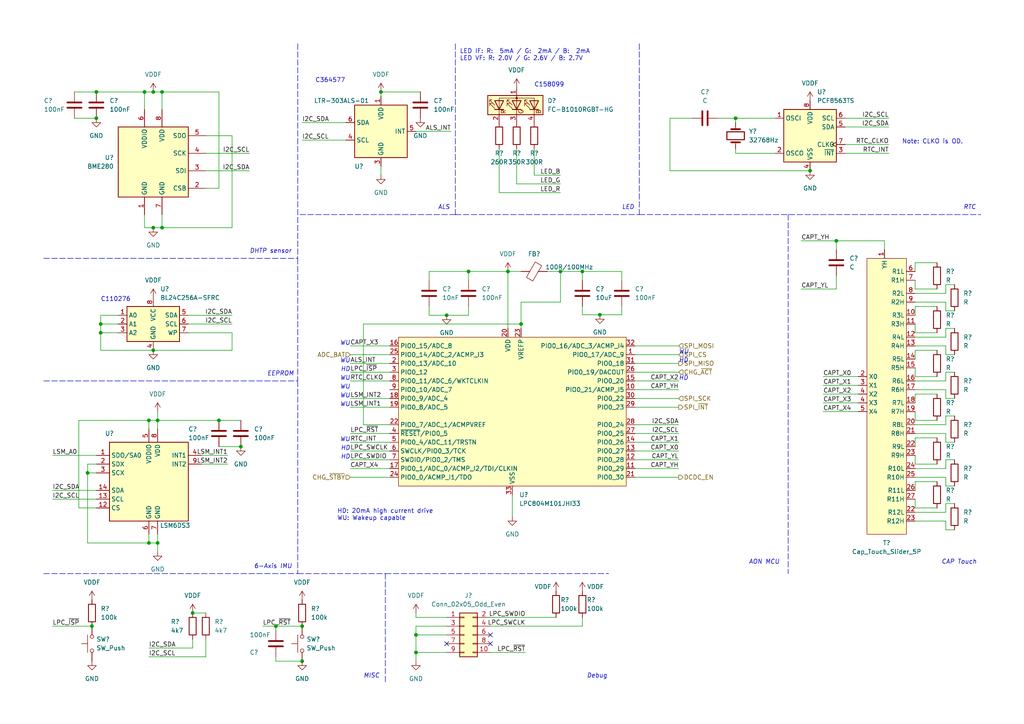
<source format=kicad_sch>
(kicad_sch (version 20211123) (generator eeschema)
  (paper "A4")
  (title_block (title "Home Sensor Tag") (rev "A0") (company "iM.Inc") (comment 1 "PRE-RELEASE"))
  (lib_symbols
    (symbol "Cap_Touch:Cap_Touch_Slider_5P"
      (property "Reference" "T" (at -38.1 -6.35 0))
      (property "Value" "Cap_Touch_Slider_5P" (at 31.75 -6.35 0))
      (symbol "Cap_Touch_Slider_5P_0_0"
        (pin passive line (at -41.91 1.27 0) (length 2.54) (name "YH") (number "1"))
        (pin passive line (at -22.86 10.16 270) (length 2.54) (name "R3L") (number "10"))
        (pin passive line (at -20.32 10.16 270) (length 2.54) (name "R3H") (number "11"))
        (pin passive line (at -16.51 10.16 270) (length 2.54) (name "R4L") (number "12"))
        (pin passive line (at -13.97 10.16 270) (length 2.54) (name "R4H") (number "13"))
        (pin passive line (at -10.16 10.16 270) (length 2.54) (name "R5L") (number "14"))
        (pin passive line (at -7.62 10.16 270) (length 2.54) (name "R5H") (number "15"))
        (pin passive line (at -3.81 10.16 270) (length 2.54) (name "R6L") (number "16"))
        (pin passive line (at -1.27 10.16 270) (length 2.54) (name "R6H") (number "17"))
        (pin passive line (at 2.54 10.16 270) (length 2.54) (name "R7L") (number "18"))
        (pin passive line (at 5.08 10.16 270) (length 2.54) (name "R7H") (number "19"))
        (pin passive line (at -5.08 -6.35 90) (length 2.54) (name "X0") (number "2"))
        (pin passive line (at 8.89 10.16 270) (length 2.54) (name "R8L") (number "20"))
        (pin passive line (at 11.43 10.16 270) (length 2.54) (name "R8H") (number "21"))
        (pin passive line (at 34.29 10.16 270) (length 2.54) (name "R12L") (number "22"))
        (pin passive line (at 15.24 10.16 270) (length 2.54) (name "R9L") (number "22"))
        (pin passive line (at 36.83 10.16 270) (length 2.54) (name "R12H") (number "23"))
        (pin passive line (at 17.78 10.16 270) (length 2.54) (name "R9H") (number "23"))
        (pin passive line (at 21.59 10.16 270) (length 2.54) (name "R10L") (number "24"))
        (pin passive line (at 24.13 10.16 270) (length 2.54) (name "R10H") (number "25"))
        (pin passive line (at 27.94 10.16 270) (length 2.54) (name "R11L") (number "26"))
        (pin passive line (at 30.48 10.16 270) (length 2.54) (name "R11H") (number "27"))
        (pin passive line (at -2.54 -6.35 90) (length 2.54) (name "X1") (number "3"))
        (pin passive line (at 0 -6.35 90) (length 2.54) (name "X2") (number "4"))
        (pin passive line (at 2.54 -6.35 90) (length 2.54) (name "X3") (number "4"))
        (pin passive line (at 5.08 -6.35 90) (length 2.54) (name "X4") (number "5"))
        (pin passive line (at -35.56 10.16 270) (length 2.54) (name "R1L") (number "6"))
        (pin passive line (at -33.02 10.16 270) (length 2.54) (name "R1H") (number "7"))
        (pin passive line (at -29.21 10.16 270) (length 2.54) (name "R2L") (number "8"))
        (pin passive line (at -26.67 10.16 270) (length 2.54) (name "R2H") (number "9"))
      )
      (symbol "Cap_Touch_Slider_5P_0_1"
        (rectangle (start -39.37 7.62) (end 40.64 -3.81) (fill (type background)))
      )
    )
    (symbol "Connector_Generic:Conn_02x05_Odd_Even" (pin_names (offset 1.016) hide)
      (property "Reference" "J" (at 1.27 7.62 0))
      (property "Value" "Conn_02x05_Odd_Even" (at 1.27 -7.62 0))
      (symbol "Conn_02x05_Odd_Even_1_1"
        (rectangle (start -1.27 -4.953) (end 0 -5.207) (stroke (width 0.1524)))
        (rectangle (start -1.27 -2.413) (end 0 -2.667) (stroke (width 0.1524)))
        (rectangle (start -1.27 0.127) (end 0 -0.127) (stroke (width 0.1524)))
        (rectangle (start -1.27 2.667) (end 0 2.413) (stroke (width 0.1524)))
        (rectangle (start -1.27 5.207) (end 0 4.953) (stroke (width 0.1524)))
        (rectangle (start -1.27 6.35) (end 3.81 -6.35) (stroke (width 0.254)) (fill (type background)))
        (rectangle (start 3.81 -4.953) (end 2.54 -5.207) (stroke (width 0.1524)))
        (rectangle (start 3.81 -2.413) (end 2.54 -2.667) (stroke (width 0.1524)))
        (rectangle (start 3.81 0.127) (end 2.54 -0.127) (stroke (width 0.1524)))
        (rectangle (start 3.81 2.667) (end 2.54 2.413) (stroke (width 0.1524)))
        (rectangle (start 3.81 5.207) (end 2.54 4.953) (stroke (width 0.1524)))
        (pin passive line (at -5.08 5.08 0) (length 3.81) (name "Pin_1") (number "1"))
        (pin passive line (at 7.62 -5.08 180) (length 3.81) (name "Pin_10") (number "10"))
        (pin passive line (at 7.62 5.08 180) (length 3.81) (name "Pin_2") (number "2"))
        (pin passive line (at -5.08 2.54 0) (length 3.81) (name "Pin_3") (number "3"))
        (pin passive line (at 7.62 2.54 180) (length 3.81) (name "Pin_4") (number "4"))
        (pin passive line (at -5.08 0 0) (length 3.81) (name "Pin_5") (number "5"))
        (pin passive line (at 7.62 0 180) (length 3.81) (name "Pin_6") (number "6"))
        (pin passive line (at -5.08 -2.54 0) (length 3.81) (name "Pin_7") (number "7"))
        (pin passive line (at 7.62 -2.54 180) (length 3.81) (name "Pin_8") (number "8"))
        (pin passive line (at -5.08 -5.08 0) (length 3.81) (name "Pin_9") (number "9"))
      )
    )
    (symbol "Device:C" (pin_numbers hide) (pin_names (offset 0.254))
      (property "Reference" "C" (at 0.635 2.54 0))
      (property "Value" "C" (at 0.635 -2.54 0))
      (symbol "C_0_1"
        (polyline (pts (xy -2.032 -0.762) (xy 2.032 -0.762)) (stroke (width 0.508)))
        (polyline (pts (xy -2.032 0.762) (xy 2.032 0.762)) (stroke (width 0.508)))
      )
      (symbol "C_1_1"
        (pin passive line (at 0 3.81 270) (length 2.794) (name "~") (number "1"))
        (pin passive line (at 0 -3.81 90) (length 2.794) (name "~") (number "2"))
      )
    )
    (symbol "Device:Crystal" (pin_numbers hide) (pin_names (offset 1.016) hide)
      (property "Reference" "Y" (at 0 3.81 0))
      (property "Value" "Crystal" (at 0 -3.81 0))
      (symbol "Crystal_0_1"
        (rectangle (start -1.143 2.54) (end 1.143 -2.54) (stroke (width 0.3048)))
        (polyline (pts (xy -2.54 0) (xy -1.905 0)))
        (polyline (pts (xy -1.905 -1.27) (xy -1.905 1.27)) (stroke (width 0.508)))
        (polyline (pts (xy 1.905 -1.27) (xy 1.905 1.27)) (stroke (width 0.508)))
        (polyline (pts (xy 2.54 0) (xy 1.905 0)))
      )
      (symbol "Crystal_1_1"
        (pin passive line (at -3.81 0 0) (length 1.27) (name "1") (number "1"))
        (pin passive line (at 3.81 0 180) (length 1.27) (name "2") (number "2"))
      )
    )
    (symbol "Device:FerriteBead" (pin_numbers hide) (pin_names (offset 0))
      (property "Reference" "FB" (at -3.81 0.635 90))
      (property "Value" "FerriteBead" (at 3.81 0 90))
      (symbol "FerriteBead_0_1"
        (polyline (pts (xy 0 -1.27) (xy 0 -1.2192)))
        (polyline (pts (xy 0 1.27) (xy 0 1.2954)))
        (polyline (pts (xy -2.7686 0.4064) (xy -1.7018 2.2606) (xy 2.7686 -0.3048) (xy 1.6764 -2.159) (xy -2.7686 0.4064)))
      )
      (symbol "FerriteBead_1_1"
        (pin passive line (at 0 3.81 270) (length 2.54) (name "~") (number "1"))
        (pin passive line (at 0 -3.81 90) (length 2.54) (name "~") (number "2"))
      )
    )
    (symbol "Device:LED_ARGB" (pin_names (offset 0) hide)
      (property "Reference" "D" (at 0 9.398 0))
      (property "Value" "LED_ARGB" (at 0 -8.89 0))
      (symbol "LED_ARGB_0_0"
        (text "B" (at -1.905 -6.35 0) (effects (font (size 1.27 1.27))))
        (text "G" (at -1.905 -1.27 0) (effects (font (size 1.27 1.27))))
        (text "R" (at -1.905 3.81 0) (effects (font (size 1.27 1.27))))
      )
      (symbol "LED_ARGB_0_1"
        (polyline (pts (xy -1.27 -5.08) (xy -2.54 -5.08)))
        (polyline (pts (xy -1.27 -5.08) (xy 1.27 -5.08)))
        (polyline (pts (xy -1.27 -3.81) (xy -1.27 -6.35)) (stroke (width 0.254)))
        (polyline (pts (xy -1.27 0) (xy -2.54 0)))
        (polyline (pts (xy -1.27 1.27) (xy -1.27 -1.27)) (stroke (width 0.254)))
        (polyline (pts (xy -1.27 5.08) (xy -2.54 5.08)))
        (polyline (pts (xy -1.27 5.08) (xy 1.27 5.08)))
        (polyline (pts (xy -1.27 6.35) (xy -1.27 3.81)) (stroke (width 0.254)))
        (polyline (pts (xy 1.27 0) (xy -1.27 0)))
        (polyline (pts (xy 1.27 0) (xy 2.54 0)))
        (polyline (pts (xy -1.27 1.27) (xy -1.27 -1.27) (xy -1.27 -1.27)))
        (polyline (pts (xy -1.27 6.35) (xy -1.27 3.81) (xy -1.27 3.81)))
        (polyline (pts (xy 1.27 -5.08) (xy 2.032 -5.08) (xy 2.032 5.08) (xy 1.27 5.08)))
        (polyline (pts (xy 1.27 -3.81) (xy 1.27 -6.35) (xy -1.27 -5.08) (xy 1.27 -3.81)) (stroke (width 0.254)))
        (polyline (pts (xy 1.27 1.27) (xy 1.27 -1.27) (xy -1.27 0) (xy 1.27 1.27)) (stroke (width 0.254)))
        (polyline (pts (xy 1.27 6.35) (xy 1.27 3.81) (xy -1.27 5.08) (xy 1.27 6.35)) (stroke (width 0.254)))
        (polyline (pts (xy -1.016 -3.81) (xy 0.508 -2.286) (xy -0.254 -2.286) (xy 0.508 -2.286) (xy 0.508 -3.048)))
        (polyline (pts (xy -1.016 1.27) (xy 0.508 2.794) (xy -0.254 2.794) (xy 0.508 2.794) (xy 0.508 2.032)))
        (polyline (pts (xy -1.016 6.35) (xy 0.508 7.874) (xy -0.254 7.874) (xy 0.508 7.874) (xy 0.508 7.112)))
        (polyline (pts (xy 0 -3.81) (xy 1.524 -2.286) (xy 0.762 -2.286) (xy 1.524 -2.286) (xy 1.524 -3.048)))
        (polyline (pts (xy 0 1.27) (xy 1.524 2.794) (xy 0.762 2.794) (xy 1.524 2.794) (xy 1.524 2.032)))
        (polyline (pts (xy 0 6.35) (xy 1.524 7.874) (xy 0.762 7.874) (xy 1.524 7.874) (xy 1.524 7.112)))
        (rectangle (start 1.27 -1.27) (end 1.27 1.27))
        (rectangle (start 1.27 1.27) (end 1.27 1.27))
        (rectangle (start 1.27 3.81) (end 1.27 6.35))
        (rectangle (start 1.27 6.35) (end 1.27 6.35))
        (circle (center 2.032 0) (radius 0.254) (fill (type outline)))
        (rectangle (start 2.794 8.382) (end -2.794 -7.62) (stroke (width 0.254)) (fill (type background)))
      )
      (symbol "LED_ARGB_1_1"
        (pin passive line (at 5.08 0 180) (length 2.54) (name "A") (number "1"))
        (pin passive line (at -5.08 5.08 0) (length 2.54) (name "RK") (number "2"))
        (pin passive line (at -5.08 0 0) (length 2.54) (name "GK") (number "3"))
        (pin passive line (at -5.08 -5.08 0) (length 2.54) (name "BK") (number "4"))
      )
    )
    (symbol "Device:R" (pin_numbers hide) (pin_names (offset 0))
      (property "Reference" "R" (at 2.032 0 90))
      (property "Value" "R" (at 0 0 90))
      (symbol "R_0_1"
        (rectangle (start -1.016 -2.54) (end 1.016 2.54) (stroke (width 0.254)))
      )
      (symbol "R_1_1"
        (pin passive line (at 0 3.81 270) (length 1.27) (name "~") (number "1"))
        (pin passive line (at 0 -3.81 90) (length 1.27) (name "~") (number "2"))
      )
    )
    (symbol "MCU_NXP_LPC_Local:LPC804M101JHI33"
      (property "Reference" "U" (at -31.75 21.59 0))
      (property "Value" "LPC804M101JHI33" (at 24.13 21.59 0))
      (symbol "LPC804M101JHI33_0_0"
        (pin tri_state line (at 35.56 15.24 180) (length 2.54) (name "PIO0_17/ADC_9") (number "1"))
        (pin tri_state line (at 35.56 5.08 180) (length 2.54) (name "PIO0_21/ACMP_I5") (number "10"))
        (pin tri_state line (at 35.56 -17.78 180) (length 2.54) (name "PIO0_29") (number "11"))
        (pin tri_state line (at 35.56 -15.24 180) (length 2.54) (name "PIO0_28") (number "12"))
        (pin tri_state line (at 35.56 -12.7 180) (length 2.54) (name "PIO0_27") (number "13"))
        (pin tri_state line (at 35.56 -10.16 180) (length 2.54) (name "PIO0_26") (number "14"))
        (pin tri_state line (at 35.56 7.62 180) (length 2.54) (name "PIO0_20") (number "15"))
        (pin tri_state line (at -35.56 17.78 0) (length 2.54) (name "PIO0_15/ADC_8") (number "16"))
        (pin tri_state line (at -35.56 -17.78 0) (length 2.54) (name "PIO0_1/ADC_0/ACMP_I2/TDI/CLKIN") (number "17"))
        (pin tri_state line (at -35.56 2.54 0) (length 2.54) (name "PIO0_9/ADC_4") (number "18"))
        (pin tri_state line (at -35.56 0 0) (length 2.54) (name "PIO0_8/ADC_5") (number "19"))
        (pin tri_state line (at -35.56 12.7 0) (length 2.54) (name "PIO0_13/ADC_10") (number "2"))
        (pin power_in line (at -1.27 22.86 270) (length 2.54) (name "VDD") (number "20"))
        (pin tri_state line (at 35.56 -20.32 180) (length 2.54) (name "PIO0_30") (number "21"))
        (pin tri_state line (at -35.56 -5.08 0) (length 2.54) (name "PIO0_7/ADC_1/ACMPVREF") (number "22"))
        (pin power_in line (at 2.54 22.86 270) (length 2.54) (name "VREFP") (number "23"))
        (pin tri_state line (at -35.56 -20.32 0) (length 2.54) (name "PIO0_0/ACMP_I1/TDO") (number "24"))
        (pin tri_state line (at -35.56 15.24 0) (length 2.54) (name "PIO0_14/ADC_2/ACMP_I3") (number "25"))
        (pin tri_state line (at 35.56 10.16 180) (length 2.54) (name "PIO0_19/DACOUT") (number "26"))
        (pin tri_state line (at 35.56 -7.62 180) (length 2.54) (name "PIO0_25") (number "27"))
        (pin tri_state line (at 35.56 -5.08 180) (length 2.54) (name "PIO0_24") (number "28"))
        (pin tri_state line (at 35.56 0 180) (length 2.54) (name "PIO0_23") (number "29"))
        (pin tri_state line (at -35.56 10.16 0) (length 2.54) (name "PIO0_12") (number "3"))
        (pin tri_state line (at 35.56 2.54 180) (length 2.54) (name "PIO0_22") (number "30"))
        (pin tri_state line (at 35.56 12.7 180) (length 2.54) (name "PIO0_18") (number "31"))
        (pin tri_state line (at 35.56 17.78 180) (length 2.54) (name "PIO0_16/ADC_3/ACMP_I4") (number "32"))
        (pin power_in line (at 0 -25.4 90) (length 2.54) (name "VSS") (number "33"))
        (pin tri_state line (at -35.56 -7.62 0) (length 2.54) (name "~{RESET}/PIO0_5") (number "4"))
        (pin tri_state line (at -35.56 -10.16 0) (length 2.54) (name "PIO0_4/ADC_11/TRSTN") (number "5"))
        (pin tri_state line (at -35.56 -12.7 0) (length 2.54) (name "SWCLK/PIO0_3/TCK") (number "6"))
        (pin tri_state line (at -35.56 -15.24 0) (length 2.54) (name "SWDIO/PIO0_2/TMS") (number "7"))
        (pin tri_state line (at -35.56 7.62 0) (length 2.54) (name "PIO0_11/ADC_6/WKTCLKIN") (number "8"))
        (pin tri_state line (at -35.56 5.08 0) (length 2.54) (name "PIO0_10/ADC_7") (number "9"))
      )
      (symbol "LPC804M101JHI33_0_1"
        (rectangle (start -33.02 20.32) (end 33.02 -22.86) (fill (type background)))
      )
    )
    (symbol "Memory_EEPROM:CAT24C256"
      (property "Reference" "U" (at -6.35 6.35 0))
      (property "Value" "CAT24C256" (at 1.27 6.35 0))
      (symbol "CAT24C256_1_1"
        (rectangle (start -7.62 5.08) (end 7.62 -5.08) (stroke (width 0.254)) (fill (type background)))
        (pin input line (at -10.16 2.54 0) (length 2.54) (name "A0") (number "1"))
        (pin input line (at -10.16 0 0) (length 2.54) (name "A1") (number "2"))
        (pin input line (at -10.16 -2.54 0) (length 2.54) (name "A2") (number "3"))
        (pin power_in line (at 0 -7.62 90) (length 2.54) (name "GND") (number "4"))
        (pin bidirectional line (at 10.16 2.54 180) (length 2.54) (name "SDA") (number "5"))
        (pin input line (at 10.16 0 180) (length 2.54) (name "SCL") (number "6"))
        (pin input line (at 10.16 -2.54 180) (length 2.54) (name "WP") (number "7"))
        (pin power_in line (at 0 7.62 270) (length 2.54) (name "VCC") (number "8"))
      )
    )
    (symbol "Sensor:BME280"
      (property "Reference" "U" (at -8.89 11.43 0))
      (property "Value" "BME280" (at 7.62 11.43 0))
      (symbol "BME280_0_1"
        (rectangle (start -10.16 10.16) (end 10.16 -10.16) (stroke (width 0.254)) (fill (type background)))
      )
      (symbol "BME280_1_1"
        (pin power_in line (at -2.54 -15.24 90) (length 5.08) (name "GND") (number "1"))
        (pin input line (at 15.24 -7.62 180) (length 5.08) (name "CSB") (number "2"))
        (pin bidirectional line (at 15.24 -2.54 180) (length 5.08) (name "SDI") (number "3"))
        (pin input line (at 15.24 2.54 180) (length 5.08) (name "SCK") (number "4"))
        (pin bidirectional line (at 15.24 7.62 180) (length 5.08) (name "SDO") (number "5"))
        (pin power_in line (at -2.54 15.24 270) (length 5.08) (name "VDDIO") (number "6"))
        (pin power_in line (at 2.54 -15.24 90) (length 5.08) (name "GND") (number "7"))
        (pin power_in line (at 2.54 15.24 270) (length 5.08) (name "VDD") (number "8"))
      )
    )
    (symbol "Sensor_Motion:LSM6DS3"
      (property "Reference" "U" (at -11.43 15.24 0))
      (property "Value" "LSM6DS3" (at -11.43 12.7 0))
      (symbol "LSM6DS3_0_1"
        (rectangle (start 11.43 11.43) (end -11.43 -11.43) (stroke (width 0.254)) (fill (type background)))
      )
      (symbol "LSM6DS3_1_1"
        (pin bidirectional line (at -15.24 7.62 0) (length 3.81) (name "SDO/SA0") (number "1"))
        (pin no_connect line (at 10.16 -5.08 180) (length 3.81) hide (name "NC") (number "10"))
        (pin no_connect line (at 10.16 -2.54 180) (length 3.81) hide (name "NC") (number "11"))
        (pin input line (at -15.24 -7.62 0) (length 3.81) (name "CS") (number "12"))
        (pin input line (at -15.24 -5.08 0) (length 3.81) (name "SCL") (number "13"))
        (pin bidirectional line (at -15.24 -2.54 0) (length 3.81) (name "SDA") (number "14"))
        (pin bidirectional line (at -15.24 5.08 0) (length 3.81) (name "SDX") (number "2"))
        (pin input line (at -15.24 2.54 0) (length 3.81) (name "SCX") (number "3"))
        (pin output line (at 15.24 7.62 180) (length 3.81) (name "INT1") (number "4"))
        (pin power_in line (at 0 15.24 270) (length 3.81) (name "VDDIO") (number "5"))
        (pin power_in line (at 0 -15.24 90) (length 3.81) (name "GND") (number "6"))
        (pin power_in line (at 2.54 -15.24 90) (length 3.81) (name "GND") (number "7"))
        (pin power_in line (at 2.54 15.24 270) (length 3.81) (name "VDD") (number "8"))
        (pin output line (at 15.24 5.08 180) (length 3.81) (name "INT2") (number "9"))
      )
    )
    (symbol "Sensor_Optical:LTR-303ALS-01"
      (property "Reference" "U" (at -7.62 8.89 0))
      (property "Value" "LTR-303ALS-01" (at 1.27 8.89 0))
      (symbol "LTR-303ALS-01_0_1"
        (rectangle (start -7.62 7.62) (end 7.62 -7.62) (stroke (width 0.254)) (fill (type background)))
      )
      (symbol "LTR-303ALS-01_1_1"
        (pin power_in line (at 0 10.16 270) (length 2.54) (name "VDD") (number "1"))
        (pin no_connect line (at 2.54 0 180) (length 2.54) hide (name "NC") (number "2"))
        (pin power_in line (at 0 -10.16 90) (length 2.54) (name "GND") (number "3"))
        (pin input line (at -10.16 -2.54 0) (length 2.54) (name "SCL") (number "4"))
        (pin open_collector line (at 10.16 0 180) (length 2.54) (name "INT") (number "5"))
        (pin bidirectional line (at -10.16 2.54 0) (length 2.54) (name "SDA") (number "6"))
      )
    )
    (symbol "Switch:SW_Push" (pin_numbers hide) (pin_names (offset 1.016) hide)
      (property "Reference" "SW" (at 1.27 2.54 0))
      (property "Value" "SW_Push" (at 0 -1.524 0))
      (symbol "SW_Push_0_1"
        (circle (center -2.032 0) (radius 0.508))
        (polyline (pts (xy 0 1.27) (xy 0 3.048)))
        (polyline (pts (xy 2.54 1.27) (xy -2.54 1.27)))
        (circle (center 2.032 0) (radius 0.508))
        (pin passive line (at -5.08 0 0) (length 2.54) (name "1") (number "1"))
        (pin passive line (at 5.08 0 180) (length 2.54) (name "2") (number "2"))
      )
    )
    (symbol "Timer_RTC:PCF8563TS"
      (property "Reference" "U" (at -7.62 8.89 0))
      (property "Value" "PCF8563TS" (at 2.54 8.89 0))
      (symbol "PCF8563TS_0_1"
        (rectangle (start -7.62 7.62) (end 7.62 -7.62) (stroke (width 0.254)) (fill (type background)))
      )
      (symbol "PCF8563TS_1_1"
        (pin input line (at -10.16 5.08 0) (length 2.54) (name "OSCI") (number "1"))
        (pin output line (at -10.16 -5.08 0) (length 2.54) (name "OSCO") (number "2"))
        (pin output line (at 10.16 -5.08 180) (length 2.54) (name "~{INT}") (number "3"))
        (pin power_in line (at 0 -10.16 90) (length 2.54) (name "VSS") (number "4"))
        (pin bidirectional line (at 10.16 2.54 180) (length 2.54) (name "SDA") (number "5"))
        (pin input line (at 10.16 5.08 180) (length 2.54) (name "SCL") (number "6"))
        (pin output clock (at 10.16 -2.54 180) (length 2.54) (name "CLKO") (number "7"))
        (pin power_in line (at 0 10.16 270) (length 2.54) (name "VDD") (number "8"))
      )
    )
    (symbol "power:GND" (power) (pin_names (offset 0))
      (property "Value" "GND" (at 0 -3.81 0))
      (symbol "GND_0_1"
        (polyline (pts (xy 0 0) (xy 0 -1.27) (xy 1.27 -1.27) (xy 0 -2.54) (xy -1.27 -1.27) (xy 0 -1.27)))
      )
      (symbol "GND_1_1"
        (pin power_in line (at 0 0 270) (length 0) hide (name "GND") (number "1"))
      )
    )
    (symbol "power:VDDF" (power) (pin_names (offset 0))
      (property "Value" "VDDF" (at 0 3.81 0))
      (symbol "VDDF_0_1"
        (polyline (pts (xy -0.762 1.27) (xy 0 2.54)))
        (polyline (pts (xy 0 0) (xy 0 2.54)))
        (polyline (pts (xy 0 2.54) (xy 0.762 1.27)))
      )
      (symbol "VDDF_1_1"
        (pin power_in line (at 0 0 90) (length 0) hide (name "VDDF") (number "1"))
      )
    )
  )
  (junction (at 242.57 69.85))
  (junction (at 80.01 181.61))
  (junction (at 120.65 184.15))
  (junction (at 27.94 34.29))
  (junction (at 87.63 181.61))
  (junction (at 135.89 78.74))
  (junction (at 46.99 66.04))
  (junction (at 69.85 129.54))
  (junction (at 213.36 34.29))
  (junction (at 26.67 181.61))
  (junction (at 234.95 49.53))
  (junction (at 162.56 78.74))
  (junction (at 44.45 101.6))
  (junction (at 44.45 66.04))
  (junction (at 46.99 26.67))
  (junction (at 173.99 91.2961))
  (junction (at 55.88 177.8))
  (junction (at 25.4 137.16))
  (junction (at 29.21 96.52))
  (junction (at 44.45 26.67))
  (junction (at 43.18 157.48))
  (junction (at 87.63 191.77))
  (junction (at 45.72 157.48))
  (junction (at 151.13 93.98))
  (junction (at 147.32 78.74))
  (junction (at 41.91 26.67))
  (junction (at 43.18 121.92))
  (junction (at 45.72 121.92))
  (junction (at 27.94 26.67))
  (junction (at 63.5 121.92))
  (junction (at 129.54 91.44))
  (junction (at 29.21 93.98))
  (junction (at 168.91 78.74))
  (junction (at 120.65 189.23))
  (junction (at 110.49 26.67))
  (no_connect (at 129.54 186.69))
  (no_connect (at 142.24 186.69))
  (no_connect (at 142.24 184.15))
  (wire (pts (xy 59.69 54.61) (xy 63.5 54.61)))
  (wire (pts (xy 22.86 121.92) (xy 43.18 121.92)))
  (wire (pts (xy 265.43 100.33) (xy 274.32 100.33)))
  (wire (pts (xy 55.88 177.8) (xy 59.69 177.8)))
  (wire (pts (xy 180.34 88.9) (xy 180.34 91.2961)))
  (wire (pts (xy 265.43 106.68) (xy 265.43 109.22)))
  (wire (pts (xy 242.57 69.85) (xy 242.57 72.39)))
  (wire (pts (xy 67.31 66.04) (xy 46.99 66.04)))
  (wire (pts (xy 46.99 31.75) (xy 46.99 26.67)))
  (wire (pts (xy 265.43 127) (xy 271.78 127)))
  (wire (pts (xy 54.61 91.44) (xy 67.31 91.44)))
  (wire (pts (xy 63.5 54.61) (xy 63.5 26.67)))
  (wire (pts (xy 265.43 78.74) (xy 265.43 76.2)))
  (wire (pts (xy 55.88 187.96) (xy 43.18 187.96)))
  (wire (pts (xy 15.24 132.08) (xy 27.94 132.08)))
  (wire (pts (xy 101.6 105.41) (xy 113.03 105.41)))
  (wire (pts (xy 58.42 132.08) (xy 66.04 132.08)))
  (wire (pts (xy 129.54 91.44) (xy 124.46 91.44)))
  (wire (pts (xy 274.32 135.89) (xy 274.32 133.35)))
  (wire (pts (xy 45.72 121.92) (xy 63.5 121.92)))
  (wire (pts (xy 120.65 38.1) (xy 130.81 38.1)))
  (wire (pts (xy 63.5 129.54) (xy 69.85 129.54)))
  (wire (pts (xy 238.76 111.76) (xy 248.92 111.76)))
  (wire (pts (xy 151.13 93.98) (xy 151.13 95.25)))
  (wire (pts (xy 59.69 44.45) (xy 72.39 44.45)))
  (wire (pts (xy 54.61 96.52) (xy 67.31 96.52)))
  (wire (pts (xy 242.57 80.01) (xy 242.57 83.82)))
  (wire (pts (xy 213.36 34.29) (xy 224.79 34.29)))
  (wire (pts (xy 274.32 140.97) (xy 276.86 140.97)))
  (wire (pts (xy 184.15 102.87) (xy 196.85 102.87)))
  (wire (pts (xy 151.13 78.74) (xy 147.32 78.74)))
  (wire (pts (xy 274.32 95.25) (xy 276.86 95.25)))
  (wire (pts (xy 120.65 177.8) (xy 120.65 179.07)))
  (wire (pts (xy 21.59 26.67) (xy 27.94 26.67)))
  (wire (pts (xy 101.6 128.27) (xy 113.03 128.27)))
  (wire (pts (xy 274.32 128.27) (xy 276.86 128.27)))
  (wire (pts (xy 232.41 69.85) (xy 242.57 69.85)))
  (wire (pts (xy 184.15 118.11) (xy 196.85 118.11)))
  (polyline (pts (xy 12.7 166.37) (xy 86.36 166.37)))
  (wire (pts (xy 101.6 125.73) (xy 113.03 125.73)))
  (wire (pts (xy 274.32 97.79) (xy 274.32 95.25)))
  (wire (pts (xy 265.43 88.9) (xy 271.78 88.9)))
  (wire (pts (xy 274.32 153.67) (xy 276.86 153.67)))
  (wire (pts (xy 168.91 78.74) (xy 168.91 81.28)))
  (wire (pts (xy 245.11 41.91) (xy 257.81 41.91)))
  (wire (pts (xy 101.6 133.35) (xy 113.03 133.35)))
  (wire (pts (xy 180.34 91.2961) (xy 173.99 91.2961)))
  (wire (pts (xy 265.43 148.59) (xy 274.32 148.59)))
  (wire (pts (xy 274.32 133.35) (xy 276.86 133.35)))
  (wire (pts (xy 59.69 49.53) (xy 72.39 49.53)))
  (wire (pts (xy 45.72 157.48) (xy 45.72 160.02)))
  (wire (pts (xy 274.32 148.59) (xy 274.32 146.05)))
  (wire (pts (xy 110.49 26.67) (xy 121.92 26.67)))
  (wire (pts (xy 135.89 91.44) (xy 129.54 91.44)))
  (wire (pts (xy 120.65 181.61) (xy 120.65 184.15)))
  (wire (pts (xy 124.46 91.44) (xy 124.46 88.9)))
  (wire (pts (xy 180.34 78.74) (xy 180.34 81.28)))
  (wire (pts (xy 265.43 121.92) (xy 271.78 121.92)))
  (wire (pts (xy 120.65 184.15) (xy 120.65 189.23)))
  (wire (pts (xy 46.99 62.23) (xy 46.99 66.04)))
  (wire (pts (xy 245.11 34.29) (xy 257.81 34.29)))
  (wire (pts (xy 101.6 110.49) (xy 113.03 110.49)))
  (wire (pts (xy 29.21 93.98) (xy 34.29 93.98)))
  (wire (pts (xy 184.15 130.81) (xy 196.85 130.81)))
  (wire (pts (xy 265.43 138.43) (xy 274.32 138.43)))
  (wire (pts (xy 135.89 78.74) (xy 147.32 78.74)))
  (wire (pts (xy 274.32 113.03) (xy 274.32 115.57)))
  (wire (pts (xy 194.31 49.53) (xy 234.95 49.53)))
  (wire (pts (xy 21.59 34.29) (xy 27.94 34.29)))
  (wire (pts (xy 29.21 96.52) (xy 34.29 96.52)))
  (polyline (pts (xy 185.42 62.23) (xy 284.48 62.23)))
  (wire (pts (xy 100.33 35.56) (xy 87.63 35.56)))
  (wire (pts (xy 101.6 102.87) (xy 113.03 102.87)))
  (wire (pts (xy 274.32 82.55) (xy 276.86 82.55)))
  (wire (pts (xy 67.31 96.52) (xy 67.31 101.6)))
  (wire (pts (xy 154.94 43.18) (xy 154.94 50.8)))
  (wire (pts (xy 154.94 50.8) (xy 162.56 50.8)))
  (wire (pts (xy 22.86 147.32) (xy 22.86 121.92)))
  (wire (pts (xy 113.03 123.19) (xy 105.41 123.19)))
  (wire (pts (xy 142.24 181.61) (xy 168.91 181.61)))
  (polyline (pts (xy 132.08 62.23) (xy 86.36 62.23)))
  (wire (pts (xy 43.18 121.92) (xy 45.72 121.92)))
  (wire (pts (xy 265.43 147.32) (xy 271.78 147.32)))
  (wire (pts (xy 151.13 87.63) (xy 151.13 93.98)))
  (wire (pts (xy 67.31 39.37) (xy 67.31 66.04)))
  (polyline (pts (xy 86.36 166.37) (xy 111.76 166.37)))
  (wire (pts (xy 43.18 190.5) (xy 59.69 190.5)))
  (wire (pts (xy 120.65 189.23) (xy 129.54 189.23)))
  (wire (pts (xy 265.43 91.44) (xy 265.43 88.9)))
  (wire (pts (xy 162.56 87.63) (xy 162.56 78.74)))
  (wire (pts (xy 27.94 142.24) (xy 15.24 142.24)))
  (polyline (pts (xy 111.76 166.37) (xy 111.76 198.12)))
  (polyline (pts (xy 228.6 62.23) (xy 228.6 166.37)))
  (wire (pts (xy 274.32 115.57) (xy 276.86 115.57)))
  (wire (pts (xy 120.65 184.15) (xy 129.54 184.15)))
  (wire (pts (xy 27.94 26.67) (xy 41.91 26.67)))
  (wire (pts (xy 101.6 135.89) (xy 113.03 135.89)))
  (wire (pts (xy 67.31 101.6) (xy 44.45 101.6)))
  (wire (pts (xy 148.59 143.51) (xy 148.59 149.86)))
  (wire (pts (xy 101.6 100.33) (xy 113.03 100.33)))
  (wire (pts (xy 265.43 139.7) (xy 271.78 139.7)))
  (wire (pts (xy 29.21 93.98) (xy 29.21 96.52)))
  (wire (pts (xy 29.21 101.6) (xy 44.45 101.6)))
  (wire (pts (xy 274.32 90.17) (xy 276.86 90.17)))
  (wire (pts (xy 101.6 107.95) (xy 113.03 107.95)))
  (wire (pts (xy 265.43 101.6) (xy 271.78 101.6)))
  (wire (pts (xy 265.43 116.84) (xy 265.43 114.3)))
  (wire (pts (xy 245.11 36.83) (xy 257.81 36.83)))
  (polyline (pts (xy 132.08 12.7) (xy 132.08 62.23)))
  (wire (pts (xy 158.75 78.74) (xy 162.56 78.74)))
  (wire (pts (xy 45.72 119.38) (xy 45.72 121.92)))
  (wire (pts (xy 25.4 134.62) (xy 25.4 137.16)))
  (wire (pts (xy 59.69 185.42) (xy 59.69 190.5)))
  (wire (pts (xy 265.43 104.14) (xy 265.43 101.6)))
  (wire (pts (xy 265.43 76.2) (xy 271.78 76.2)))
  (wire (pts (xy 238.76 119.38) (xy 248.92 119.38)))
  (wire (pts (xy 274.32 100.33) (xy 274.32 102.87)))
  (wire (pts (xy 101.6 115.57) (xy 113.03 115.57)))
  (wire (pts (xy 27.94 144.78) (xy 15.24 144.78)))
  (wire (pts (xy 265.43 125.73) (xy 274.32 125.73)))
  (wire (pts (xy 274.32 146.05) (xy 276.86 146.05)))
  (wire (pts (xy 274.32 107.95) (xy 276.86 107.95)))
  (wire (pts (xy 274.32 87.63) (xy 274.32 90.17)))
  (wire (pts (xy 274.32 151.13) (xy 274.32 153.67)))
  (wire (pts (xy 149.86 53.34) (xy 162.56 53.34)))
  (wire (pts (xy 265.43 87.63) (xy 274.32 87.63)))
  (wire (pts (xy 29.21 91.44) (xy 29.21 93.98)))
  (wire (pts (xy 256.54 69.85) (xy 242.57 69.85)))
  (polyline (pts (xy 12.7 110.49) (xy 86.36 110.49)))
  (wire (pts (xy 63.5 121.92) (xy 69.85 121.92)))
  (wire (pts (xy 43.18 157.48) (xy 45.72 157.48)))
  (wire (pts (xy 213.36 44.45) (xy 224.79 44.45)))
  (wire (pts (xy 265.43 93.98) (xy 265.43 96.52)))
  (wire (pts (xy 274.32 110.49) (xy 274.32 107.95)))
  (wire (pts (xy 274.32 138.43) (xy 274.32 140.97)))
  (wire (pts (xy 58.42 134.62) (xy 66.04 134.62)))
  (wire (pts (xy 151.13 87.63) (xy 162.56 87.63)))
  (wire (pts (xy 54.61 93.98) (xy 67.31 93.98)))
  (wire (pts (xy 129.54 181.61) (xy 120.65 181.61)))
  (wire (pts (xy 265.43 142.24) (xy 265.43 139.7)))
  (wire (pts (xy 147.32 78.74) (xy 147.32 95.25)))
  (wire (pts (xy 265.43 123.19) (xy 274.32 123.19)))
  (wire (pts (xy 238.76 109.22) (xy 248.92 109.22)))
  (wire (pts (xy 101.6 138.43) (xy 113.03 138.43)))
  (polyline (pts (xy 86.36 110.49) (xy 86.36 166.37)))
  (polyline (pts (xy 86.36 12.7) (xy 86.36 74.93)))
  (wire (pts (xy 238.76 114.3) (xy 248.92 114.3)))
  (wire (pts (xy 105.41 93.98) (xy 151.13 93.98)))
  (wire (pts (xy 25.4 157.48) (xy 43.18 157.48)))
  (wire (pts (xy 274.32 102.87) (xy 276.86 102.87)))
  (polyline (pts (xy 185.42 12.7) (xy 185.42 62.23)))
  (wire (pts (xy 265.43 119.38) (xy 265.43 121.92)))
  (wire (pts (xy 142.24 179.07) (xy 161.29 179.07)))
  (wire (pts (xy 25.4 137.16) (xy 27.94 137.16)))
  (wire (pts (xy 265.43 134.62) (xy 271.78 134.62)))
  (wire (pts (xy 213.36 43.18) (xy 213.36 44.45)))
  (wire (pts (xy 184.15 113.03) (xy 196.85 113.03)))
  (wire (pts (xy 144.78 43.18) (xy 144.78 55.88)))
  (wire (pts (xy 265.43 151.13) (xy 274.32 151.13)))
  (wire (pts (xy 63.5 26.67) (xy 46.99 26.67)))
  (wire (pts (xy 184.15 105.41) (xy 196.85 105.41)))
  (wire (pts (xy 110.49 26.67) (xy 110.49 27.94)))
  (polyline (pts (xy 86.36 74.93) (xy 86.36 110.49)))
  (wire (pts (xy 196.85 115.57) (xy 184.15 115.57)))
  (wire (pts (xy 59.69 39.37) (xy 67.31 39.37)))
  (wire (pts (xy 55.88 185.42) (xy 55.88 187.96)))
  (wire (pts (xy 274.32 85.09) (xy 274.32 82.55)))
  (wire (pts (xy 29.21 96.52) (xy 29.21 101.6)))
  (polyline (pts (xy 12.7 74.93) (xy 86.36 74.93)))
  (wire (pts (xy 45.72 121.92) (xy 45.72 124.46)))
  (wire (pts (xy 162.56 78.74) (xy 168.91 78.74)))
  (wire (pts (xy 274.32 123.19) (xy 274.32 120.65)))
  (wire (pts (xy 144.78 55.88) (xy 162.56 55.88)))
  (wire (pts (xy 265.43 96.52) (xy 271.78 96.52)))
  (wire (pts (xy 27.94 147.32) (xy 22.86 147.32)))
  (wire (pts (xy 274.32 120.65) (xy 276.86 120.65)))
  (wire (pts (xy 142.24 189.23) (xy 152.4 189.23)))
  (wire (pts (xy 265.43 81.28) (xy 265.43 83.82)))
  (wire (pts (xy 45.72 154.94) (xy 45.72 157.48)))
  (wire (pts (xy 265.43 97.79) (xy 274.32 97.79)))
  (wire (pts (xy 265.43 113.03) (xy 274.32 113.03)))
  (wire (pts (xy 110.49 48.26) (xy 110.49 50.8)))
  (wire (pts (xy 265.43 85.09) (xy 274.32 85.09)))
  (wire (pts (xy 124.46 81.28) (xy 124.46 78.74)))
  (wire (pts (xy 265.43 109.22) (xy 271.78 109.22)))
  (wire (pts (xy 101.6 130.81) (xy 113.03 130.81)))
  (wire (pts (xy 41.91 31.75) (xy 41.91 26.67)))
  (wire (pts (xy 173.99 91.2961) (xy 168.91 91.2961)))
  (wire (pts (xy 184.15 123.19) (xy 196.85 123.19)))
  (wire (pts (xy 80.01 191.77) (xy 87.63 191.77)))
  (wire (pts (xy 265.43 114.3) (xy 271.78 114.3)))
  (wire (pts (xy 265.43 83.82) (xy 271.78 83.82)))
  (polyline (pts (xy 132.08 62.23) (xy 185.42 62.23)))
  (wire (pts (xy 232.41 83.82) (xy 242.57 83.82)))
  (wire (pts (xy 27.94 134.62) (xy 25.4 134.62)))
  (wire (pts (xy 43.18 154.94) (xy 43.18 157.48)))
  (wire (pts (xy 168.91 179.07) (xy 168.91 181.61)))
  (wire (pts (xy 135.89 78.74) (xy 135.89 81.28)))
  (wire (pts (xy 76.2 181.61) (xy 80.01 181.61)))
  (wire (pts (xy 265.43 135.89) (xy 274.32 135.89)))
  (wire (pts (xy 265.43 132.08) (xy 265.43 134.62)))
  (wire (pts (xy 184.15 128.27) (xy 196.85 128.27)))
  (wire (pts (xy 135.89 88.9) (xy 135.89 91.44)))
  (wire (pts (xy 265.43 110.49) (xy 274.32 110.49)))
  (wire (pts (xy 41.91 26.67) (xy 44.45 26.67)))
  (wire (pts (xy 238.76 116.84) (xy 248.92 116.84)))
  (wire (pts (xy 184.15 107.95) (xy 196.85 107.95)))
  (wire (pts (xy 208.28 34.29) (xy 213.36 34.29)))
  (wire (pts (xy 200.66 34.29) (xy 194.31 34.29)))
  (wire (pts (xy 124.46 78.74) (xy 135.89 78.74)))
  (wire (pts (xy 184.15 133.35) (xy 196.85 133.35)))
  (wire (pts (xy 46.99 26.67) (xy 44.45 26.67)))
  (wire (pts (xy 184.15 100.33) (xy 196.85 100.33)))
  (wire (pts (xy 15.24 181.61) (xy 26.67 181.61)))
  (wire (pts (xy 184.15 138.43) (xy 196.85 138.43)))
  (wire (pts (xy 274.32 125.73) (xy 274.32 128.27)))
  (wire (pts (xy 46.99 66.04) (xy 44.45 66.04)))
  (wire (pts (xy 245.11 44.45) (xy 257.81 44.45)))
  (wire (pts (xy 80.01 181.61) (xy 87.63 181.61)))
  (wire (pts (xy 120.65 179.07) (xy 129.54 179.07)))
  (polyline (pts (xy 111.76 166.37) (xy 176.53 166.37)))
  (wire (pts (xy 265.43 144.78) (xy 265.43 147.32)))
  (wire (pts (xy 100.33 40.64) (xy 87.63 40.64)))
  (wire (pts (xy 168.91 91.2961) (xy 168.91 88.9)))
  (wire (pts (xy 149.86 43.18) (xy 149.86 53.34)))
  (wire (pts (xy 41.91 66.04) (xy 44.45 66.04)))
  (wire (pts (xy 265.43 129.54) (xy 265.43 127)))
  (wire (pts (xy 194.31 34.29) (xy 194.31 49.53)))
  (wire (pts (xy 80.01 181.61) (xy 80.01 182.88)))
  (wire (pts (xy 184.15 135.89) (xy 196.85 135.89)))
  (wire (pts (xy 25.4 137.16) (xy 25.4 157.48)))
  (wire (pts (xy 101.6 118.11) (xy 113.03 118.11)))
  (wire (pts (xy 184.15 125.73) (xy 196.85 125.73)))
  (wire (pts (xy 213.36 35.56) (xy 213.36 34.29)))
  (wire (pts (xy 256.54 72.39) (xy 256.54 69.85)))
  (wire (pts (xy 41.91 62.23) (xy 41.91 66.04)))
  (wire (pts (xy 184.15 110.49) (xy 196.85 110.49)))
  (wire (pts (xy 34.29 91.44) (xy 29.21 91.44)))
  (wire (pts (xy 105.41 93.98) (xy 105.41 123.19)))
  (wire (pts (xy 43.18 124.46) (xy 43.18 121.92)))
  (wire (pts (xy 80.01 190.5) (xy 80.01 191.77)))
  (wire (pts (xy 168.91 78.74) (xy 180.34 78.74)))
  (wire (pts (xy 120.65 189.23) (xy 120.65 191.77)))
  (text "WU" (at 101.6 115.57 180) (effects (font (size 1.27 1.27) italic) (justify right bottom)))
  (text "WU" (at 196.85 102.87 0) (effects (font (size 1.27 1.27) italic) (justify left bottom)))
  (text "6-Axis IMU" (at 73.66 165.1 0) (effects (font (size 1.27 1.27) italic) (justify left bottom)))
  (text "HD" (at 196.85 105.41 0) (effects (font (size 1.27 1.27) italic) (justify left bottom)))
  (text "AON MCU" (at 217.17 163.83 0) (effects (font (size 1.27 1.27) italic) (justify left bottom)))
  (text "RTC" (at 279.4 60.96 0) (effects (font (size 1.27 1.27) italic) (justify left bottom)))
  (text "CAP Touch" (at 273.05 163.83 0) (effects (font (size 1.27 1.27) italic) (justify left bottom)))
  (text "HD" (at 101.6 133.35 180) (effects (font (size 1.27 1.27) italic) (justify right bottom)))
  (text "LED" (at 180.34 60.96 0) (effects (font (size 1.27 1.27) italic) (justify left bottom)))
  (text "WU" (at 101.6 113.03 180) (effects (font (size 1.27 1.27) italic) (justify right bottom)))
  (text "HD" (at 196.85 110.49 0) (effects (font (size 1.27 1.27) italic) (justify left bottom)))
  (text "DHTP sensor" (at 72.39 73.66 0) (effects (font (size 1.27 1.27) italic) (justify left bottom)))
  (text "C158099" (at 154.94 25.4 0) (effects (font (size 1.27 1.27)) (justify left bottom)))
  (text "WU" (at 101.6 105.41 180) (effects (font (size 1.27 1.27) italic) (justify right bottom)))
  (text "C110276" (at 29.21 87.63 0) (effects (font (size 1.27 1.27)) (justify left bottom)))
  (text "WU" (at 101.6 100.33 180) (effects (font (size 1.27 1.27) italic) (justify right bottom)))
  (text "LED IF: R:  5mA / G:  2mA / B:  2mA\nLED VF: R: 2.0V / G: 2.6V / B: 2.7V" (at 133.35 17.78 0) (effects (font (size 1.27 1.27)) (justify left bottom)))
  (text "WU" (at 101.6 110.49 180) (effects (font (size 1.27 1.27) italic) (justify right bottom)))
  (text "WU" (at 101.6 128.27 180) (effects (font (size 1.27 1.27) italic) (justify right bottom)))
  (text "EEPROM" (at 77.47 109.22 0) (effects (font (size 1.27 1.27) italic) (justify left bottom)))
  (text "WU" (at 101.6 118.11 180) (effects (font (size 1.27 1.27) italic) (justify right bottom)))
  (text "Note: CLKO is OD." (at 261.62 41.91 0) (effects (font (size 1.27 1.27)) (justify left bottom)))
  (text "HD" (at 101.6 107.95 180) (effects (font (size 1.27 1.27) italic) (justify right bottom)))
  (text "ALS" (at 127 60.96 0) (effects (font (size 1.27 1.27) italic) (justify left bottom)))
  (text "C364577" (at 91.44 24.13 0) (effects (font (size 1.27 1.27)) (justify left bottom)))
  (text "MISC" (at 105.41 196.85 0) (effects (font (size 1.27 1.27) italic) (justify left bottom)))
  (text "Debug" (at 170.18 196.85 0) (effects (font (size 1.27 1.27) italic) (justify left bottom)))
  (text "HD: 20mA high current drive\nWU: Wakeup capable" (at 97.79 151.13 0) (effects (font (size 1.27 1.27)) (justify left bottom)))
  (text "HD" (at 101.6 130.81 180) (effects (font (size 1.27 1.27) italic) (justify right bottom)))
  (label "CAPT_X3" (at 101.6 100.33 0))
  (label "I2C_SCL" (at 43.18 190.5 0))
  (label "CAPT_YH" (at 196.85 135.89 180))
  (label "CAPT_X1" (at 196.85 128.27 180))
  (label "CAPT_YL" (at 196.85 133.35 180))
  (label "ALS_INT" (at 101.6 105.41 0))
  (label "I2C_SCL" (at 67.31 93.98 180))
  (label "LPC_SWDIO" (at 152.4 179.07 180))
  (label "LPC_~{RST}" (at 76.2 181.61 0))
  (label "CAPT_X2" (at 196.85 110.49 180))
  (label "LED_B" (at 162.56 50.8 180))
  (label "CAPT_YH" (at 196.85 113.03 180))
  (label "LPC_SWCLK" (at 101.6 130.81 0))
  (label "I2C_SCL" (at 87.63 40.64 0))
  (label "I2C_SCL" (at 257.81 34.29 180))
  (label "I2C_SDA" (at 87.63 35.56 0))
  (label "I2C_SCL" (at 72.39 44.45 180))
  (label "I2C_SDA" (at 257.81 36.83 180))
  (label "LPC_~{ISP}" (at 101.6 107.95 0))
  (label "I2C_SCL" (at 196.85 125.73 180))
  (label "LPC_~{ISP}" (at 15.24 181.61 0))
  (label "I2C_SDA" (at 67.31 91.44 180))
  (label "I2C_SDA" (at 72.39 49.53 180))
  (label "CAPT_X3" (at 238.76 116.84 0))
  (label "CAPT_X1" (at 238.76 111.76 0))
  (label "CAPT_X4" (at 238.76 119.38 0))
  (label "LSM_INT1" (at 101.6 118.11 0))
  (label "I2C_SDA" (at 15.24 142.24 0))
  (label "I2C_SDA" (at 43.18 187.96 0))
  (label "LPC_SWCLK" (at 152.4 181.61 180))
  (label "LSM_INT1" (at 66.04 132.08 180))
  (label "LSM_INT2" (at 101.6 115.57 0))
  (label "LED_R" (at 162.56 55.88 180))
  (label "CAPT_X0" (at 196.85 130.81 180))
  (label "LPC_~{RST}" (at 152.4 189.23 180))
  (label "LED_G" (at 162.56 53.34 180))
  (label "RTC_CLKO" (at 257.81 41.91 180))
  (label "LSM_INT2" (at 66.04 134.62 180))
  (label "CAPT_YH" (at 232.41 69.85 0))
  (label "CAPT_X0" (at 238.76 109.22 0))
  (label "I2C_SDA" (at 196.85 123.19 180))
  (label "LPC_~{RST}" (at 101.6 125.73 0))
  (label "RTC_INT" (at 101.6 128.27 0))
  (label "ALS_INT" (at 130.81 38.1 180))
  (label "CAPT_YL" (at 232.41 83.82 0))
  (label "CAPT_X2" (at 238.76 114.3 0))
  (label "LSM_A0" (at 15.24 132.08 0))
  (label "I2C_SCL" (at 15.24 144.78 0))
  (label "RTC_CLKO" (at 101.6 110.49 0))
  (label "CAPT_X4" (at 101.6 135.89 0))
  (label "LPC_SWDIO" (at 101.6 133.35 0))
  (label "RTC_INT" (at 257.81 44.45 180))
  (hierarchical_label "SPI_SCK" (shape input) (at 196.85 115.57 0))
  (hierarchical_label "SPI_MOSI" (shape input) (at 196.85 100.33 0))
  (hierarchical_label "SPI_CS" (shape input) (at 196.85 102.87 0))
  (hierarchical_label "SPI_~{INT}" (shape output) (at 196.85 118.11 0))
  (hierarchical_label "CHG_~{ACT}" (shape input) (at 196.85 107.95 0))
  (hierarchical_label "ADC_BAT" (shape input) (at 101.6 102.87 180))
  (hierarchical_label "SPI_MISO" (shape output) (at 196.85 105.41 0))
  (hierarchical_label "CHG_~{STBY}" (shape input) (at 101.6 138.43 180))
  (hierarchical_label "DCDC_EN" (shape output) (at 196.85 138.43 0))
  (symbol (lib_id "power:VDDF") (at 55.88 177.8 0) (unit 1)
    (property "Reference" "#PWR0117" (effects hide))
    (property "Value" "VDDF" (at 55.88 172.72 0))
  )
  (symbol (lib_id "Sensor_Motion:LSM6DS3") (at 43.18 139.7 0) (unit 1)
    (property "Reference" "U?" (at 31.75 125.73 0))
    (property "Value" "LSM6DS3" (at 50.8 152.4 0))
    (property "Footprint" "Package_LGA:LGA-14_3x2.5mm_P0.5mm_LayoutBorder3x4y" (effects hide))
    (property "Datasheet" "www.st.com/resource/en/datasheet/lsm6ds3.pdf" (effects hide))
  )
  (symbol (lib_id "Device:C") (at 124.46 85.09 0) (unit 1)
    (property "Reference" "C?" (at 128.27 83.8199 0) (effects (justify left)))
    (property "Value" "10nF" (at 128.27 86.3599 0) (effects (justify left)))
  )
  (symbol (lib_id "Device:FerriteBead") (at 154.94 78.74 90) (unit 1)
    (property "Reference" "FB?" (at 154.94 73.66 90))
    (property "Value" "100R/100MHz" (at 165.1 77.47 90))
  )
  (symbol (lib_id "Device:R") (at 55.88 181.61 0) (unit 1)
    (property "Reference" "R?" (at 49.53 180.34 0) (effects (justify left)))
    (property "Value" "4k7" (at 49.53 182.88 0) (effects (justify left)))
  )
  (symbol (lib_id "Device:R") (at 271.78 130.81 0) (unit 1)
    (property "Reference" "R?" (at 274.32 129.5399 0) (effects (justify left)))
    (property "Value" "R" (at 274.32 132.0799 0) (effects (justify left)))
    (property "Footprint" "Resistor_SMD:R_0402_1005Metric" (effects hide))
  )
  (symbol (lib_id "power:GND") (at 148.59 149.86 0) (unit 1)
    (property "Reference" "#PWR0113" (effects hide))
    (property "Value" "GND" (at 148.59 154.94 0))
  )
  (symbol (lib_id "power:VDDF") (at 147.32 78.74 0) (unit 1)
    (property "Reference" "#PWR0112" (effects hide))
    (property "Value" "VDDF" (at 147.32 73.66 0))
  )
  (symbol (lib_id "Device:R") (at 271.78 80.01 0) (unit 1)
    (property "Reference" "R?" (at 274.32 78.7399 0) (effects (justify left)))
    (property "Value" "R" (at 274.32 81.2799 0) (effects (justify left)))
    (property "Footprint" "Resistor_SMD:R_0402_1005Metric" (effects hide))
  )
  (symbol (lib_id "Sensor_Optical:LTR-303ALS-01") (at 110.49 38.1 0) (unit 1)
    (property "Reference" "U?" (at 104.14 48.26 0))
    (property "Value" "LTR-303ALS-01" (at 99.06 29.21 0))
    (property "Footprint" "OptoDevice:Lite-On_LTR-303ALS-01" (effects hide))
    (property "Datasheet" "http://optoelectronics.liteon.com/upload/download/DS86-2013-0004/LTR-303ALS-01_DS_V1.pdf" (effects hide))
  )
  (symbol (lib_id "power:GND") (at 69.85 129.54 0) (unit 1)
    (property "Reference" "#PWR0118" (effects hide))
    (property "Value" "GND" (at 69.85 134.62 0))
  )
  (symbol (lib_id "Device:C") (at 121.92 30.48 0) (unit 1)
    (property "Reference" "C?" (at 125.73 29.2099 0) (effects (justify left)))
    (property "Value" "100nF" (at 125.73 31.7499 0) (effects (justify left)))
  )
  (symbol (lib_id "Device:Crystal") (at 213.36 39.37 90) (unit 1)
    (property "Reference" "Y?" (at 217.17 38.0999 90) (effects (justify right)))
    (property "Value" "32768Hz" (at 217.17 40.6399 90) (effects (justify right)))
    (property "Footprint" "Crystal:Crystal_SMD_MicroCrystal_CM9V-T1A-2Pin_1.6x1.0mm" (effects hide))
  )
  (symbol (lib_id "power:GND") (at 129.54 91.44 0) (unit 1)
    (property "Reference" "#PWR?" (effects hide))
    (property "Value" "GND" (at 129.54 96.52 0))
  )
  (symbol (lib_id "Device:R") (at 168.91 175.26 0) (unit 1)
    (property "Reference" "R?" (at 170.18 173.99 0) (effects (justify left)))
    (property "Value" "100k" (at 170.18 176.53 0) (effects (justify left)))
  )
  (symbol (lib_id "Device:C") (at 135.89 85.09 0) (unit 1)
    (property "Reference" "C?" (at 139.7 83.8199 0) (effects (justify left)))
    (property "Value" "100nF" (at 139.7 86.3599 0) (effects (justify left)))
  )
  (symbol (lib_id "Device:C") (at 242.57 76.2 0) (unit 1)
    (property "Reference" "C?" (at 246.38 74.9299 0) (effects (justify left)))
    (property "Value" "C" (at 246.38 77.4699 0) (effects (justify left)))
  )
  (symbol (lib_id "power:VDDF") (at 234.95 29.21 0) (unit 1)
    (property "Reference" "#PWR?" (effects hide))
    (property "Value" "VDDF" (at 234.95 24.13 0))
  )
  (symbol (lib_id "Device:R") (at 276.86 137.16 0) (unit 1)
    (property "Reference" "R?" (at 279.4 135.8899 0) (effects (justify left)))
    (property "Value" "R" (at 279.4 138.4299 0) (effects (justify left)))
    (property "Footprint" "Resistor_SMD:R_0402_1005Metric" (effects hide))
  )
  (symbol (lib_id "Device:R") (at 276.86 149.86 0) (unit 1)
    (property "Reference" "R?" (at 279.4 148.5899 0) (effects (justify left)))
    (property "Value" "R" (at 279.4 151.1299 0) (effects (justify left)))
    (property "Footprint" "Resistor_SMD:R_0402_1005Metric" (effects hide))
  )
  (symbol (lib_id "Switch:SW_Push") (at 87.63 186.69 90) (unit 1)
    (property "Reference" "SW?" (at 88.9 185.4199 90) (effects (justify right)))
    (property "Value" "SW_Push" (at 88.9 187.9599 90) (effects (justify right)))
  )
  (symbol (lib_id "Device:R") (at 149.86 39.37 0) (unit 1)
    (property "Reference" "R?" (at 148.59 44.45 0) (effects (justify left)))
    (property "Value" "350R" (at 147.32 46.99 0) (effects (justify left)))
  )
  (symbol (lib_id "power:GND") (at 45.72 160.02 0) (unit 1)
    (property "Reference" "#PWR0120" (effects hide))
    (property "Value" "GND" (at 45.72 165.1 0))
  )
  (symbol (lib_id "Device:C") (at 63.5 125.73 0) (unit 1)
    (property "Reference" "C?" (at 54.61 124.46 0) (effects (justify left)))
    (property "Value" "100nF" (at 54.61 127 0) (effects (justify left)))
  )
  (symbol (lib_id "Device:R") (at 87.63 177.8 0) (unit 1)
    (property "Reference" "R?" (at 90.17 176.5299 0) (effects (justify left)))
    (property "Value" "100k" (at 90.17 179.0699 0) (effects (justify left)))
  )
  (symbol (lib_id "Memory_EEPROM:CAT24C256") (at 44.45 93.98 0) (unit 1)
    (property "Reference" "U?" (at 46.4694 83.82 0) (effects (justify left)))
    (property "Value" "BL24C256A-SFRC" (at 46.4694 86.36 0) (effects (justify left)))
    (property "Datasheet" "https://www.onsemi.cn/PowerSolutions/document/CAT24C256-D.PDF" (effects hide))
  )
  (symbol (lib_id "power:GND") (at 87.63 191.77 0) (unit 1)
    (property "Reference" "#PWR?" (effects hide))
    (property "Value" "GND" (at 87.63 196.85 0))
  )
  (symbol (lib_id "Device:R") (at 59.69 181.61 0) (unit 1)
    (property "Reference" "R?" (at 62.23 180.3399 0) (effects (justify left)))
    (property "Value" "4k7" (at 62.23 182.8799 0) (effects (justify left)))
  )
  (symbol (lib_id "Device:R") (at 271.78 143.51 0) (unit 1)
    (property "Reference" "R?" (at 274.32 142.2399 0) (effects (justify left)))
    (property "Value" "R" (at 274.32 144.7799 0) (effects (justify left)))
    (property "Footprint" "Resistor_SMD:R_0402_1005Metric" (effects hide))
  )
  (symbol (lib_id "power:VDDF") (at 161.29 171.45 0) (unit 1)
    (property "Reference" "#PWR?" (effects hide))
    (property "Value" "VDDF" (at 157.48 170.18 0))
  )
  (symbol (lib_id "power:VDDF") (at 44.45 86.36 0) (unit 1)
    (property "Reference" "#PWR0108" (effects hide))
    (property "Value" "VDDF" (at 44.45 81.28 0))
  )
  (symbol (lib_id "power:GND") (at 27.94 34.29 0) (unit 1)
    (property "Reference" "#PWR0109" (effects hide))
    (property "Value" "GND" (at 27.94 39.37 0))
  )
  (symbol (lib_id "Device:C") (at 69.85 125.73 0) (unit 1)
    (property "Reference" "C?" (at 73.66 124.4599 0) (effects (justify left)))
    (property "Value" "100nF" (at 73.66 126.9999 0) (effects (justify left)))
  )
  (symbol (lib_id "power:GND") (at 120.65 191.77 0) (unit 1)
    (property "Reference" "#PWR?" (effects hide))
    (property "Value" "GND" (at 120.65 196.85 0))
  )
  (symbol (lib_id "Device:R") (at 271.78 118.11 0) (unit 1)
    (property "Reference" "R?" (at 274.32 116.8399 0) (effects (justify left)))
    (property "Value" "R" (at 274.32 119.3799 0) (effects (justify left)))
    (property "Footprint" "Resistor_SMD:R_0402_1005Metric" (effects hide))
  )
  (symbol (lib_id "Device:R") (at 154.94 39.37 0) (unit 1)
    (property "Reference" "R?" (at 153.67 44.45 0) (effects (justify left)))
    (property "Value" "300R" (at 152.4 46.99 0) (effects (justify left)))
  )
  (symbol (lib_id "Device:R") (at 276.86 86.36 0) (unit 1)
    (property "Reference" "R?" (at 279.4 85.0899 0) (effects (justify left)))
    (property "Value" "R" (at 279.4 87.6299 0) (effects (justify left)))
    (property "Footprint" "Resistor_SMD:R_0402_1005Metric" (effects hide))
  )
  (symbol (lib_id "power:GND") (at 44.45 101.6 0) (unit 1)
    (property "Reference" "#PWR0107" (effects hide))
    (property "Value" "GND" (at 44.45 106.68 0))
  )
  (symbol (lib_id "power:GND") (at 44.45 66.04 0) (unit 1)
    (property "Reference" "#PWR0106" (effects hide))
    (property "Value" "GND" (at 44.45 71.12 0))
  )
  (symbol (lib_id "Cap_Touch:Cap_Touch_Slider_5P") (at 255.27 114.3 270) (unit 1)
    (property "Reference" "T?" (at 257.175 157.48 90))
    (property "Value" "Cap_Touch_Slider_5P" (at 257.175 160.02 90))
  )
  (symbol (lib_id "Device:R") (at 276.86 111.76 0) (unit 1)
    (property "Reference" "R?" (at 279.4 110.4899 0) (effects (justify left)))
    (property "Value" "R" (at 279.4 113.0299 0) (effects (justify left)))
    (property "Footprint" "Resistor_SMD:R_0402_1005Metric" (effects hide))
  )
  (symbol (lib_id "Device:R") (at 276.86 99.06 0) (unit 1)
    (property "Reference" "R?" (at 279.4 97.7899 0) (effects (justify left)))
    (property "Value" "R" (at 279.4 100.3299 0) (effects (justify left)))
    (property "Footprint" "Resistor_SMD:R_0402_1005Metric" (effects hide))
  )
  (symbol (lib_id "power:VDDF") (at 110.49 26.67 0) (unit 1)
    (property "Reference" "#PWR?" (effects hide))
    (property "Value" "VDDF" (at 110.49 21.59 0))
  )
  (symbol (lib_id "Device:R") (at 271.78 92.71 0) (unit 1)
    (property "Reference" "R?" (at 274.32 91.4399 0) (effects (justify left)))
    (property "Value" "R" (at 274.32 93.9799 0) (effects (justify left)))
    (property "Footprint" "Resistor_SMD:R_0402_1005Metric" (effects hide))
  )
  (symbol (lib_id "Device:C") (at 204.47 34.29 90) (unit 1)
    (property "Reference" "C?" (at 204.47 26.67 90))
    (property "Value" "C" (at 204.47 29.21 90))
  )
  (symbol (lib_id "power:GND") (at 121.92 34.29 0) (unit 1)
    (property "Reference" "#PWR?" (effects hide))
    (property "Value" "GND" (at 121.92 39.37 0))
  )
  (symbol (lib_id "Device:C") (at 21.59 30.48 0) (unit 1)
    (property "Reference" "C?" (at 12.7 29.21 0) (effects (justify left)))
    (property "Value" "100nF" (at 12.7 31.75 0) (effects (justify left)))
  )
  (symbol (lib_id "power:VDDF") (at 168.91 171.45 0) (unit 1)
    (property "Reference" "#PWR?" (effects hide))
    (property "Value" "VDDF" (at 172.72 170.18 0))
  )
  (symbol (lib_id "Device:C") (at 180.34 85.09 0) (unit 1)
    (property "Reference" "C?" (at 184.15 83.8199 0) (effects (justify left)))
    (property "Value" "100nF" (at 184.15 86.3599 0) (effects (justify left)))
  )
  (symbol (lib_id "Switch:SW_Push") (at 26.67 186.69 90) (unit 1)
    (property "Reference" "SW?" (at 27.94 185.4199 90) (effects (justify right)))
    (property "Value" "SW_Push" (at 27.94 187.9599 90) (effects (justify right)))
  )
  (symbol (lib_id "Device:C") (at 80.01 186.69 0) (unit 1)
    (property "Reference" "C?" (at 72.39 189.23 0) (effects (justify left)))
    (property "Value" "100nF" (at 72.39 184.15 0) (effects (justify left)))
  )
  (symbol (lib_id "MCU_NXP_LPC_Local:LPC804M101JHI33") (at 148.59 118.11 0) (unit 1)
    (property "Reference" "U?" (at 150.6094 143.51 0) (effects (justify left)))
    (property "Value" "LPC804M101JHI33" (at 150.6094 146.05 0) (effects (justify left)))
    (property "Footprint" "Package_DFN_QFN:VQFN-32-1EP_5x5mm_P0.5mm_EP3.5x3.5mm_ThermalVias" (effects hide))
    (property "Datasheet" "https://www.nxp.com/docs/en/nxp/data-sheets/LPC804_DS.pdf" (effects hide))
  )
  (symbol (lib_id "Device:LED_ARGB") (at 149.86 30.48 90) (unit 1)
    (property "Reference" "D?" (at 158.75 29.2099 90) (effects (justify right)))
    (property "Value" "FC-B1010RGBT-HG" (at 158.75 31.7499 90) (effects (justify right)))
  )
  (symbol (lib_id "power:VDDF") (at 44.45 26.67 0) (unit 1)
    (property "Reference" "#PWR0110" (effects hide))
    (property "Value" "VDDF" (at 44.45 21.59 0))
  )
  (symbol (lib_id "power:GND") (at 234.95 49.53 0) (unit 1)
    (property "Reference" "#PWR?" (effects hide))
    (property "Value" "GND" (at 234.95 54.61 0))
  )
  (symbol (lib_id "Device:R") (at 144.78 39.37 0) (unit 1)
    (property "Reference" "R?" (at 143.51 44.45 0) (effects (justify left)))
    (property "Value" "260R" (at 142.24 46.99 0) (effects (justify left)))
  )
  (symbol (lib_id "Device:R") (at 271.78 105.41 0) (unit 1)
    (property "Reference" "R?" (at 274.32 104.1399 0) (effects (justify left)))
    (property "Value" "R" (at 274.32 106.6799 0) (effects (justify left)))
    (property "Footprint" "Resistor_SMD:R_0402_1005Metric" (effects hide))
  )
  (symbol (lib_id "power:GND") (at 26.67 191.77 0) (unit 1)
    (property "Reference" "#PWR0115" (effects hide))
    (property "Value" "GND" (at 26.67 196.85 0))
  )
  (symbol (lib_id "Device:R") (at 26.67 177.8 0) (unit 1)
    (property "Reference" "R?" (at 29.21 176.5299 0) (effects (justify left)))
    (property "Value" "100k" (at 29.21 179.0699 0) (effects (justify left)))
  )
  (symbol (lib_id "Connector_Generic:Conn_02x05_Odd_Even") (at 134.62 184.15 0) (unit 1)
    (property "Reference" "J?" (at 135.89 172.72 0))
    (property "Value" "Conn_02x05_Odd_Even" (at 135.89 175.26 0))
  )
  (symbol (lib_id "power:GND") (at 173.99 91.2961 0) (unit 1)
    (property "Reference" "#PWR?" (effects hide))
    (property "Value" "GND" (at 173.99 96.3761 0))
  )
  (symbol (lib_id "Device:C") (at 27.94 30.48 0) (unit 1)
    (property "Reference" "C?" (at 31.75 29.2099 0) (effects (justify left)))
    (property "Value" "100nF" (at 31.75 31.7499 0) (effects (justify left)))
  )
  (symbol (lib_id "power:VDDF") (at 120.65 177.8 0) (unit 1)
    (property "Reference" "#PWR?" (effects hide))
    (property "Value" "VDDF" (at 120.65 172.72 0))
  )
  (symbol (lib_id "power:VDDF") (at 149.86 25.4 0) (unit 1)
    (property "Reference" "#PWR?" (effects hide))
    (property "Value" "VDDF" (at 149.86 20.32 0))
  )
  (symbol (lib_id "Sensor:BME280") (at 44.45 46.99 0) (unit 1)
    (property "Reference" "U?" (at 33.02 45.7199 0) (effects (justify right)))
    (property "Value" "BME280" (at 33.02 48.2599 0) (effects (justify right)))
    (property "Footprint" "Package_LGA:Bosch_LGA-8_2.5x2.5mm_P0.65mm_ClockwisePinNumbering" (effects hide))
    (property "Datasheet" "https://ae-bst.resource.bosch.com/media/_tech/media/datasheets/BST-BME280-DS002.pdf" (effects hide))
  )
  (symbol (lib_id "power:GND") (at 110.49 50.8 0) (unit 1)
    (property "Reference" "#PWR?" (effects hide))
    (property "Value" "GND" (at 110.49 55.88 0))
  )
  (symbol (lib_id "power:VDDF") (at 45.72 119.38 0) (unit 1)
    (property "Reference" "#PWR0119" (effects hide))
    (property "Value" "VDDF" (at 45.72 114.3 0))
  )
  (symbol (lib_id "Device:C") (at 168.91 85.09 0) (unit 1)
    (property "Reference" "C?" (at 172.72 83.8199 0) (effects (justify left)))
    (property "Value" "10uF" (at 172.72 86.3599 0) (effects (justify left)))
  )
  (symbol (lib_id "Timer_RTC:PCF8563TS") (at 234.95 39.37 0) (unit 1)
    (property "Reference" "U?" (at 236.9694 26.67 0) (effects (justify left)))
    (property "Value" "PCF8563TS" (at 236.9694 29.21 0) (effects (justify left)))
    (property "Footprint" "Package_SO:MSOP-8_3x3mm_P0.65mm" (effects hide))
    (property "Datasheet" "https://assets.nexperia.com/documents/data-sheet/PCF8563.pdf" (effects hide))
  )
  (symbol (lib_id "power:VDDF") (at 87.63 173.99 0) (unit 1)
    (property "Reference" "#PWR?" (effects hide))
    (property "Value" "VDDF" (at 87.63 168.91 0))
  )
  (symbol (lib_id "Device:R") (at 161.29 175.26 0) (unit 1)
    (property "Reference" "R?" (at 162.56 173.99 0) (effects (justify left)))
    (property "Value" "100k" (at 162.56 176.53 0) (effects (justify left)))
  )
  (symbol (lib_id "power:VDDF") (at 26.67 173.99 0) (unit 1)
    (property "Reference" "#PWR0116" (effects hide))
    (property "Value" "VDDF" (at 26.67 168.91 0))
  )
  (symbol (lib_id "Device:R") (at 276.86 124.46 0) (unit 1)
    (property "Reference" "R?" (at 279.4 123.1899 0) (effects (justify left)))
    (property "Value" "R" (at 279.4 125.7299 0) (effects (justify left)))
    (property "Footprint" "Resistor_SMD:R_0402_1005Metric" (effects hide))
  )
)
</source>
